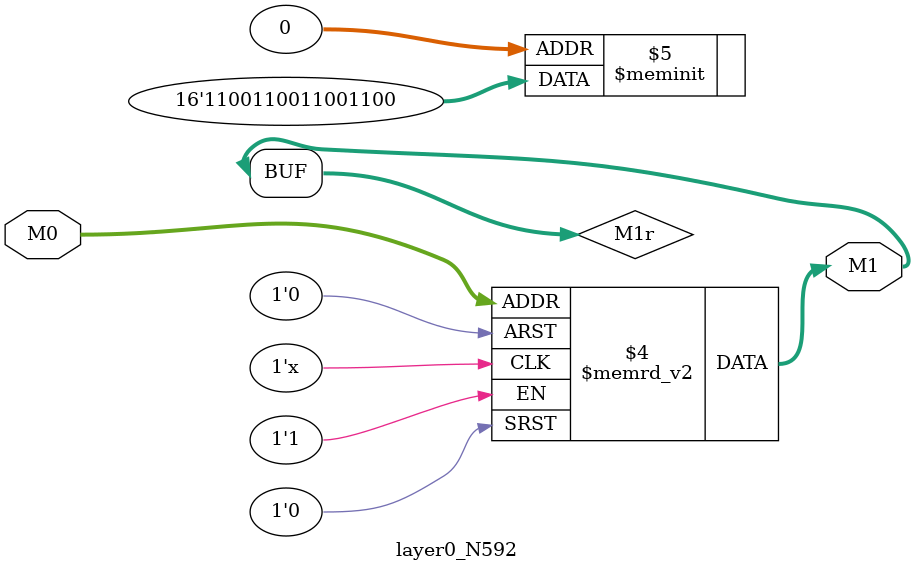
<source format=v>
module layer0_N592 ( input [2:0] M0, output [1:0] M1 );

	(*rom_style = "distributed" *) reg [1:0] M1r;
	assign M1 = M1r;
	always @ (M0) begin
		case (M0)
			3'b000: M1r = 2'b00;
			3'b100: M1r = 2'b00;
			3'b010: M1r = 2'b00;
			3'b110: M1r = 2'b00;
			3'b001: M1r = 2'b11;
			3'b101: M1r = 2'b11;
			3'b011: M1r = 2'b11;
			3'b111: M1r = 2'b11;

		endcase
	end
endmodule

</source>
